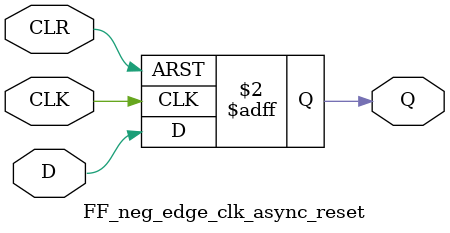
<source format=v>
`timescale 1ns / 1ps
module FF_neg_edge_clk_async_reset(
    input D,
    input CLK,
    input CLR,
    output Q
    );
	 
	 reg Q;
	 always @ (negedge CLK or posedge CLR) begin
		if (CLR)
			Q <= 1'b0;
		else
		Q <= D;
	 
	 end

endmodule

</source>
